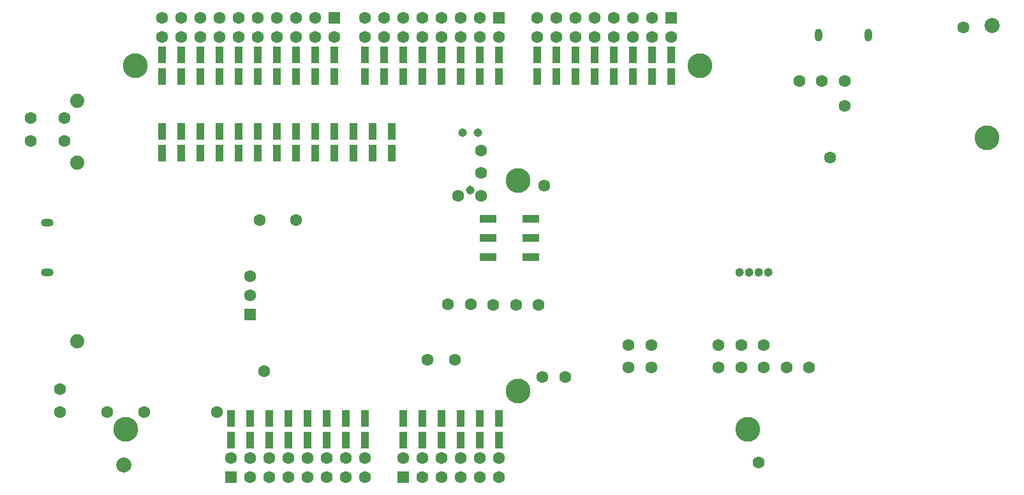
<source format=gbs>
G04*
G04 #@! TF.GenerationSoftware,Altium Limited,Altium Designer,22.10.1 (41)*
G04*
G04 Layer_Color=16711935*
%FSLAX24Y24*%
%MOIN*%
G70*
G04*
G04 #@! TF.SameCoordinates,909E230D-C440-470E-9760-442CD84647A0*
G04*
G04*
G04 #@! TF.FilePolarity,Negative*
G04*
G01*
G75*
%ADD121C,0.0240*%
%ADD124C,0.0118*%
%ADD140R,0.0441X0.0902*%
%ADD146C,0.0787*%
%ADD199C,0.0630*%
%ADD200R,0.0630X0.0630*%
%ADD201O,0.0669X0.0394*%
%ADD202C,0.0450*%
%ADD203R,0.0630X0.0630*%
%ADD204C,0.0740*%
%ADD205O,0.0394X0.0669*%
%ADD206C,0.1299*%
%ADD256R,0.0913X0.0441*%
D121*
X39179Y11205D02*
G03*
X39179Y11205I-110J0D01*
G01*
X38679D02*
G03*
X38679Y11205I-110J0D01*
G01*
X38179D02*
G03*
X38179Y11205I-110J0D01*
G01*
X37679D02*
G03*
X37679Y11205I-110J0D01*
G01*
D124*
X39069Y11083D02*
D03*
Y11329D02*
D03*
X38569Y11083D02*
D03*
Y11329D02*
D03*
X38069Y11083D02*
D03*
Y11329D02*
D03*
X37569Y11083D02*
D03*
Y11329D02*
D03*
D140*
X21000Y2423D02*
D03*
Y3577D02*
D03*
X22000D02*
D03*
Y2423D02*
D03*
X23000Y3577D02*
D03*
Y2423D02*
D03*
X25000Y3577D02*
D03*
Y2423D02*
D03*
X24000Y3577D02*
D03*
Y2423D02*
D03*
X20000D02*
D03*
Y3577D02*
D03*
X10400Y22577D02*
D03*
Y21423D02*
D03*
X9400Y22577D02*
D03*
Y21423D02*
D03*
X15400Y22577D02*
D03*
Y21423D02*
D03*
X14400D02*
D03*
Y22577D02*
D03*
X13400Y21423D02*
D03*
Y22577D02*
D03*
X11400Y21423D02*
D03*
Y22577D02*
D03*
X12400Y21423D02*
D03*
Y22577D02*
D03*
X16400D02*
D03*
Y21423D02*
D03*
X7400D02*
D03*
Y22577D02*
D03*
X8400Y21423D02*
D03*
Y22577D02*
D03*
X11000Y3577D02*
D03*
Y2423D02*
D03*
X15000D02*
D03*
Y3577D02*
D03*
X16000Y2423D02*
D03*
Y3577D02*
D03*
X14000Y2423D02*
D03*
Y3577D02*
D03*
X13000Y2423D02*
D03*
Y3577D02*
D03*
X12000D02*
D03*
Y2423D02*
D03*
X18000Y3577D02*
D03*
Y2423D02*
D03*
X17000Y3577D02*
D03*
Y2423D02*
D03*
X16400Y18577D02*
D03*
Y17423D02*
D03*
X19400D02*
D03*
Y18577D02*
D03*
X15400Y17423D02*
D03*
Y18577D02*
D03*
X7400D02*
D03*
Y17423D02*
D03*
X11400D02*
D03*
Y18577D02*
D03*
X12400Y17423D02*
D03*
Y18577D02*
D03*
X10400Y17423D02*
D03*
Y18577D02*
D03*
X9400Y17423D02*
D03*
Y18577D02*
D03*
X8400D02*
D03*
Y17423D02*
D03*
X14400Y18577D02*
D03*
Y17423D02*
D03*
X13400Y18577D02*
D03*
Y17423D02*
D03*
X17400Y18577D02*
D03*
Y17423D02*
D03*
X18400Y18577D02*
D03*
Y17423D02*
D03*
X34000Y21423D02*
D03*
Y22577D02*
D03*
X30000D02*
D03*
Y21423D02*
D03*
X29000Y22577D02*
D03*
Y21423D02*
D03*
X31000Y22577D02*
D03*
Y21423D02*
D03*
X32000Y22577D02*
D03*
Y21423D02*
D03*
X33000D02*
D03*
Y22577D02*
D03*
X27000Y21423D02*
D03*
Y22577D02*
D03*
X28000Y21423D02*
D03*
Y22577D02*
D03*
X25000Y21423D02*
D03*
Y22577D02*
D03*
X21000D02*
D03*
Y21423D02*
D03*
X20000Y22577D02*
D03*
Y21423D02*
D03*
X22000Y22577D02*
D03*
Y21423D02*
D03*
X23000Y22577D02*
D03*
Y21423D02*
D03*
X24000D02*
D03*
Y22577D02*
D03*
X18000Y21423D02*
D03*
Y22577D02*
D03*
X19000Y21423D02*
D03*
Y22577D02*
D03*
D146*
X50768Y24104D02*
D03*
X5411Y1120D02*
D03*
D199*
X2310Y18080D02*
D03*
Y19261D02*
D03*
X31779Y7401D02*
D03*
X32960D02*
D03*
Y6220D02*
D03*
X31779D02*
D03*
X24050Y17581D02*
D03*
X38841Y7401D02*
D03*
Y6220D02*
D03*
X37660Y7401D02*
D03*
Y6220D02*
D03*
X36479Y7401D02*
D03*
Y6220D02*
D03*
X27350Y15750D02*
D03*
X42310Y17210D02*
D03*
X28451Y5730D02*
D03*
X12720Y6030D02*
D03*
X2080Y3910D02*
D03*
X2080Y5091D02*
D03*
X10260Y3910D02*
D03*
X4540D02*
D03*
X6460D02*
D03*
X22869Y15219D02*
D03*
X24050Y16400D02*
D03*
Y15219D02*
D03*
X41203Y6220D02*
D03*
X40022D02*
D03*
X40688Y21204D02*
D03*
X41869D02*
D03*
X43050Y21204D02*
D03*
Y19913D02*
D03*
X520Y19261D02*
D03*
X530Y18080D02*
D03*
X12500Y13940D02*
D03*
X14410D02*
D03*
X22346Y9530D02*
D03*
X23527D02*
D03*
X24708Y9506D02*
D03*
X22700Y6630D02*
D03*
X27070Y9506D02*
D03*
X27270Y5730D02*
D03*
X25889Y9506D02*
D03*
X21280Y6630D02*
D03*
X7400Y24500D02*
D03*
Y23500D02*
D03*
X8400D02*
D03*
Y24500D02*
D03*
X10400D02*
D03*
Y23500D02*
D03*
X11400D02*
D03*
Y24500D02*
D03*
X13400Y23500D02*
D03*
Y24500D02*
D03*
X16400Y23500D02*
D03*
X15400Y24500D02*
D03*
Y23500D02*
D03*
X14400Y24500D02*
D03*
Y23500D02*
D03*
X12400Y24500D02*
D03*
Y23500D02*
D03*
X9400D02*
D03*
Y24500D02*
D03*
X25000Y1500D02*
D03*
Y500D02*
D03*
X23000Y1500D02*
D03*
Y500D02*
D03*
X20000Y1500D02*
D03*
X21000Y500D02*
D03*
Y1500D02*
D03*
X22000Y500D02*
D03*
Y1500D02*
D03*
X24000Y500D02*
D03*
Y1500D02*
D03*
X18000Y500D02*
D03*
Y1500D02*
D03*
X15000D02*
D03*
Y500D02*
D03*
X13000Y1500D02*
D03*
Y500D02*
D03*
X12000Y1500D02*
D03*
Y500D02*
D03*
X11000Y1500D02*
D03*
X14000Y500D02*
D03*
Y1500D02*
D03*
X16000Y500D02*
D03*
Y1500D02*
D03*
X17000D02*
D03*
Y500D02*
D03*
X12000Y10000D02*
D03*
Y11000D02*
D03*
X49250Y24000D02*
D03*
X38580Y1270D02*
D03*
X27000Y24500D02*
D03*
Y23500D02*
D03*
X30000D02*
D03*
Y24500D02*
D03*
X32000Y23500D02*
D03*
Y24500D02*
D03*
X33000Y23500D02*
D03*
Y24500D02*
D03*
X34000Y23500D02*
D03*
X31000Y24500D02*
D03*
Y23500D02*
D03*
X29000Y24500D02*
D03*
Y23500D02*
D03*
X28000D02*
D03*
Y24500D02*
D03*
X18000D02*
D03*
Y23500D02*
D03*
X21000D02*
D03*
Y24500D02*
D03*
X23000Y23500D02*
D03*
Y24500D02*
D03*
X24000Y23500D02*
D03*
Y24500D02*
D03*
X25000Y23500D02*
D03*
X22000Y24500D02*
D03*
Y23500D02*
D03*
X20000Y24500D02*
D03*
Y23500D02*
D03*
X19000D02*
D03*
Y24500D02*
D03*
D200*
X16400D02*
D03*
X20000Y500D02*
D03*
X11000D02*
D03*
X34000Y24500D02*
D03*
X25000D02*
D03*
D201*
X1400Y13799D02*
D03*
Y11201D02*
D03*
D202*
X23900Y18500D02*
D03*
X23100D02*
D03*
X23500Y15500D02*
D03*
D203*
X12000Y9000D02*
D03*
D204*
X2954Y20157D02*
D03*
Y16929D02*
D03*
Y7590D02*
D03*
D205*
X41704Y23600D02*
D03*
X44303D02*
D03*
D206*
X50500Y18250D02*
D03*
X26000Y5000D02*
D03*
Y16000D02*
D03*
X5500Y3000D02*
D03*
X6000Y22000D02*
D03*
X38000Y3000D02*
D03*
X35500Y22000D02*
D03*
D256*
X24438Y12000D02*
D03*
X26662D02*
D03*
X24438Y13000D02*
D03*
Y14000D02*
D03*
X26662Y13000D02*
D03*
Y14000D02*
D03*
M02*

</source>
